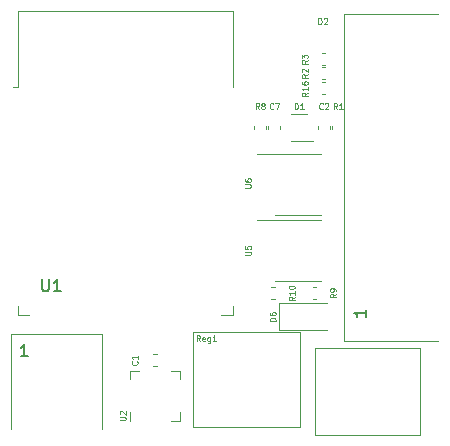
<source format=gbr>
%TF.GenerationSoftware,KiCad,Pcbnew,(5.1.9-0-10_14)*%
%TF.CreationDate,2021-06-19T19:25:24+01:00*%
%TF.ProjectId,Bell,42656c6c-2e6b-4696-9361-645f70636258,1*%
%TF.SameCoordinates,Original*%
%TF.FileFunction,Legend,Top*%
%TF.FilePolarity,Positive*%
%FSLAX46Y46*%
G04 Gerber Fmt 4.6, Leading zero omitted, Abs format (unit mm)*
G04 Created by KiCad (PCBNEW (5.1.9-0-10_14)) date 2021-06-19 19:25:24*
%MOMM*%
%LPD*%
G01*
G04 APERTURE LIST*
%ADD10C,0.120000*%
%ADD11C,0.080000*%
%ADD12C,0.150000*%
%ADD13C,0.100000*%
G04 APERTURE END LIST*
D10*
%TO.C,D1*%
X95500000Y-43660000D02*
X97400000Y-43660000D01*
X96900000Y-41340000D02*
X95500000Y-41340000D01*
%TO.C,R3*%
X98159420Y-37210000D02*
X98440580Y-37210000D01*
X98159420Y-36190000D02*
X98440580Y-36190000D01*
%TO.C,R2*%
X98159420Y-38410000D02*
X98440580Y-38410000D01*
X98159420Y-37390000D02*
X98440580Y-37390000D01*
%TO.C,U2*%
X81890000Y-66585000D02*
X81890000Y-67310000D01*
X86110000Y-63090000D02*
X85385000Y-63090000D01*
X86110000Y-63815000D02*
X86110000Y-63090000D01*
X86110000Y-67310000D02*
X85385000Y-67310000D01*
X86110000Y-66585000D02*
X86110000Y-67310000D01*
X81890000Y-63090000D02*
X82615000Y-63090000D01*
X81890000Y-63815000D02*
X81890000Y-63090000D01*
%TO.C,U5*%
X96100000Y-50340000D02*
X92650000Y-50340000D01*
X96100000Y-50340000D02*
X98050000Y-50340000D01*
X96100000Y-55460000D02*
X94150000Y-55460000D01*
X96100000Y-55460000D02*
X98050000Y-55460000D01*
%TO.C,U6*%
X96100000Y-44740000D02*
X92650000Y-44740000D01*
X96100000Y-44740000D02*
X98050000Y-44740000D01*
X96100000Y-49860000D02*
X94150000Y-49860000D01*
X96100000Y-49860000D02*
X98050000Y-49860000D01*
%TO.C,J1*%
X97530000Y-68490000D02*
X97530000Y-61140000D01*
X97530000Y-61140000D02*
X106470000Y-61140000D01*
X106470000Y-61140000D02*
X106470000Y-68490000D01*
X97530000Y-68490000D02*
X106470000Y-68490000D01*
%TO.C,R1*%
X98990000Y-42640580D02*
X98990000Y-42359420D01*
X100010000Y-42640580D02*
X100010000Y-42359420D01*
%TO.C,J2*%
X100000000Y-60550000D02*
X108000000Y-60550000D01*
X100000000Y-60550000D02*
X100000000Y-32850000D01*
X100000000Y-32850000D02*
X108000000Y-32850000D01*
%TO.C,C2*%
X98810000Y-42359420D02*
X98810000Y-42640580D01*
X97790000Y-42359420D02*
X97790000Y-42640580D01*
%TO.C,U1*%
X72380000Y-57600000D02*
X72380000Y-58380000D01*
X72380000Y-58380000D02*
X73380000Y-58380000D01*
X90620000Y-57600000D02*
X90620000Y-58380000D01*
X90620000Y-58380000D02*
X89620000Y-58380000D01*
X72380000Y-32635000D02*
X90620000Y-32635000D01*
X90620000Y-32635000D02*
X90620000Y-39055000D01*
X72380000Y-32635000D02*
X72380000Y-39055000D01*
X72380000Y-39055000D02*
X72000000Y-39055000D01*
%TO.C,Reg1*%
X96250000Y-67850000D02*
X87250000Y-67850000D01*
X96250000Y-59800000D02*
X96250000Y-67850000D01*
X87250000Y-59800000D02*
X96250000Y-59800000D01*
X87250000Y-67850000D02*
X87250000Y-59800000D01*
%TO.C,R16*%
X98440580Y-39610000D02*
X98159420Y-39610000D01*
X98440580Y-38590000D02*
X98159420Y-38590000D01*
%TO.C,R10*%
X94140580Y-57010000D02*
X93859420Y-57010000D01*
X94140580Y-55990000D02*
X93859420Y-55990000D01*
%TO.C,R9*%
X97640580Y-57010000D02*
X97359420Y-57010000D01*
X97640580Y-55990000D02*
X97359420Y-55990000D01*
%TO.C,R8*%
X93410000Y-42359420D02*
X93410000Y-42640580D01*
X92390000Y-42359420D02*
X92390000Y-42640580D01*
%TO.C,J4*%
X79550000Y-60000000D02*
X79550000Y-68000000D01*
X71850000Y-60000000D02*
X79550000Y-60000000D01*
X71850000Y-60000000D02*
X71850000Y-68000000D01*
%TO.C,D6*%
X98600000Y-57365000D02*
X94540000Y-57365000D01*
X94540000Y-57365000D02*
X94540000Y-59635000D01*
X94540000Y-59635000D02*
X98600000Y-59635000D01*
%TO.C,C7*%
X93590000Y-42640580D02*
X93590000Y-42359420D01*
X94610000Y-42640580D02*
X94610000Y-42359420D01*
%TO.C,C1*%
X84140580Y-62710000D02*
X83859420Y-62710000D01*
X84140580Y-61690000D02*
X83859420Y-61690000D01*
%TO.C,D1*%
D11*
X95830952Y-40926190D02*
X95830952Y-40426190D01*
X95950000Y-40426190D01*
X96021428Y-40450000D01*
X96069047Y-40497619D01*
X96092857Y-40545238D01*
X96116666Y-40640476D01*
X96116666Y-40711904D01*
X96092857Y-40807142D01*
X96069047Y-40854761D01*
X96021428Y-40902380D01*
X95950000Y-40926190D01*
X95830952Y-40926190D01*
X96592857Y-40926190D02*
X96307142Y-40926190D01*
X96450000Y-40926190D02*
X96450000Y-40426190D01*
X96402380Y-40497619D01*
X96354761Y-40545238D01*
X96307142Y-40569047D01*
%TO.C,R3*%
X96926190Y-36783333D02*
X96688095Y-36950000D01*
X96926190Y-37069047D02*
X96426190Y-37069047D01*
X96426190Y-36878571D01*
X96450000Y-36830952D01*
X96473809Y-36807142D01*
X96521428Y-36783333D01*
X96592857Y-36783333D01*
X96640476Y-36807142D01*
X96664285Y-36830952D01*
X96688095Y-36878571D01*
X96688095Y-37069047D01*
X96426190Y-36616666D02*
X96426190Y-36307142D01*
X96616666Y-36473809D01*
X96616666Y-36402380D01*
X96640476Y-36354761D01*
X96664285Y-36330952D01*
X96711904Y-36307142D01*
X96830952Y-36307142D01*
X96878571Y-36330952D01*
X96902380Y-36354761D01*
X96926190Y-36402380D01*
X96926190Y-36545238D01*
X96902380Y-36592857D01*
X96878571Y-36616666D01*
%TO.C,R2*%
X96926190Y-37983333D02*
X96688095Y-38150000D01*
X96926190Y-38269047D02*
X96426190Y-38269047D01*
X96426190Y-38078571D01*
X96450000Y-38030952D01*
X96473809Y-38007142D01*
X96521428Y-37983333D01*
X96592857Y-37983333D01*
X96640476Y-38007142D01*
X96664285Y-38030952D01*
X96688095Y-38078571D01*
X96688095Y-38269047D01*
X96473809Y-37792857D02*
X96450000Y-37769047D01*
X96426190Y-37721428D01*
X96426190Y-37602380D01*
X96450000Y-37554761D01*
X96473809Y-37530952D01*
X96521428Y-37507142D01*
X96569047Y-37507142D01*
X96640476Y-37530952D01*
X96926190Y-37816666D01*
X96926190Y-37507142D01*
%TO.C,D2*%
X97830952Y-33726190D02*
X97830952Y-33226190D01*
X97950000Y-33226190D01*
X98021428Y-33250000D01*
X98069047Y-33297619D01*
X98092857Y-33345238D01*
X98116666Y-33440476D01*
X98116666Y-33511904D01*
X98092857Y-33607142D01*
X98069047Y-33654761D01*
X98021428Y-33702380D01*
X97950000Y-33726190D01*
X97830952Y-33726190D01*
X98307142Y-33273809D02*
X98330952Y-33250000D01*
X98378571Y-33226190D01*
X98497619Y-33226190D01*
X98545238Y-33250000D01*
X98569047Y-33273809D01*
X98592857Y-33321428D01*
X98592857Y-33369047D01*
X98569047Y-33440476D01*
X98283333Y-33726190D01*
X98592857Y-33726190D01*
%TO.C,U2*%
X81026190Y-67280952D02*
X81430952Y-67280952D01*
X81478571Y-67257142D01*
X81502380Y-67233333D01*
X81526190Y-67185714D01*
X81526190Y-67090476D01*
X81502380Y-67042857D01*
X81478571Y-67019047D01*
X81430952Y-66995238D01*
X81026190Y-66995238D01*
X81073809Y-66780952D02*
X81050000Y-66757142D01*
X81026190Y-66709523D01*
X81026190Y-66590476D01*
X81050000Y-66542857D01*
X81073809Y-66519047D01*
X81121428Y-66495238D01*
X81169047Y-66495238D01*
X81240476Y-66519047D01*
X81526190Y-66804761D01*
X81526190Y-66495238D01*
%TO.C,U5*%
X91626190Y-53280952D02*
X92030952Y-53280952D01*
X92078571Y-53257142D01*
X92102380Y-53233333D01*
X92126190Y-53185714D01*
X92126190Y-53090476D01*
X92102380Y-53042857D01*
X92078571Y-53019047D01*
X92030952Y-52995238D01*
X91626190Y-52995238D01*
X91626190Y-52519047D02*
X91626190Y-52757142D01*
X91864285Y-52780952D01*
X91840476Y-52757142D01*
X91816666Y-52709523D01*
X91816666Y-52590476D01*
X91840476Y-52542857D01*
X91864285Y-52519047D01*
X91911904Y-52495238D01*
X92030952Y-52495238D01*
X92078571Y-52519047D01*
X92102380Y-52542857D01*
X92126190Y-52590476D01*
X92126190Y-52709523D01*
X92102380Y-52757142D01*
X92078571Y-52780952D01*
%TO.C,U6*%
X91626190Y-47580952D02*
X92030952Y-47580952D01*
X92078571Y-47557142D01*
X92102380Y-47533333D01*
X92126190Y-47485714D01*
X92126190Y-47390476D01*
X92102380Y-47342857D01*
X92078571Y-47319047D01*
X92030952Y-47295238D01*
X91626190Y-47295238D01*
X91626190Y-46842857D02*
X91626190Y-46938095D01*
X91650000Y-46985714D01*
X91673809Y-47009523D01*
X91745238Y-47057142D01*
X91840476Y-47080952D01*
X92030952Y-47080952D01*
X92078571Y-47057142D01*
X92102380Y-47033333D01*
X92126190Y-46985714D01*
X92126190Y-46890476D01*
X92102380Y-46842857D01*
X92078571Y-46819047D01*
X92030952Y-46795238D01*
X91911904Y-46795238D01*
X91864285Y-46819047D01*
X91840476Y-46842857D01*
X91816666Y-46890476D01*
X91816666Y-46985714D01*
X91840476Y-47033333D01*
X91864285Y-47057142D01*
X91911904Y-47080952D01*
%TO.C,R1*%
X99416666Y-40926190D02*
X99250000Y-40688095D01*
X99130952Y-40926190D02*
X99130952Y-40426190D01*
X99321428Y-40426190D01*
X99369047Y-40450000D01*
X99392857Y-40473809D01*
X99416666Y-40521428D01*
X99416666Y-40592857D01*
X99392857Y-40640476D01*
X99369047Y-40664285D01*
X99321428Y-40688095D01*
X99130952Y-40688095D01*
X99892857Y-40926190D02*
X99607142Y-40926190D01*
X99750000Y-40926190D02*
X99750000Y-40426190D01*
X99702380Y-40497619D01*
X99654761Y-40545238D01*
X99607142Y-40569047D01*
%TO.C,J2*%
D12*
X101852380Y-57914285D02*
X101852380Y-58485714D01*
X101852380Y-58200000D02*
X100852380Y-58200000D01*
X100995238Y-58295238D01*
X101090476Y-58390476D01*
X101138095Y-58485714D01*
%TO.C,C2*%
D11*
X98216666Y-40878571D02*
X98192857Y-40902380D01*
X98121428Y-40926190D01*
X98073809Y-40926190D01*
X98002380Y-40902380D01*
X97954761Y-40854761D01*
X97930952Y-40807142D01*
X97907142Y-40711904D01*
X97907142Y-40640476D01*
X97930952Y-40545238D01*
X97954761Y-40497619D01*
X98002380Y-40450000D01*
X98073809Y-40426190D01*
X98121428Y-40426190D01*
X98192857Y-40450000D01*
X98216666Y-40473809D01*
X98407142Y-40473809D02*
X98430952Y-40450000D01*
X98478571Y-40426190D01*
X98597619Y-40426190D01*
X98645238Y-40450000D01*
X98669047Y-40473809D01*
X98692857Y-40521428D01*
X98692857Y-40569047D01*
X98669047Y-40640476D01*
X98383333Y-40926190D01*
X98692857Y-40926190D01*
%TO.C,U1*%
D12*
X74438095Y-55352380D02*
X74438095Y-56161904D01*
X74485714Y-56257142D01*
X74533333Y-56304761D01*
X74628571Y-56352380D01*
X74819047Y-56352380D01*
X74914285Y-56304761D01*
X74961904Y-56257142D01*
X75009523Y-56161904D01*
X75009523Y-55352380D01*
X76009523Y-56352380D02*
X75438095Y-56352380D01*
X75723809Y-56352380D02*
X75723809Y-55352380D01*
X75628571Y-55495238D01*
X75533333Y-55590476D01*
X75438095Y-55638095D01*
%TO.C,Reg1*%
D13*
X87819761Y-60576190D02*
X87653095Y-60338095D01*
X87534047Y-60576190D02*
X87534047Y-60076190D01*
X87724523Y-60076190D01*
X87772142Y-60100000D01*
X87795952Y-60123809D01*
X87819761Y-60171428D01*
X87819761Y-60242857D01*
X87795952Y-60290476D01*
X87772142Y-60314285D01*
X87724523Y-60338095D01*
X87534047Y-60338095D01*
X88224523Y-60552380D02*
X88176904Y-60576190D01*
X88081666Y-60576190D01*
X88034047Y-60552380D01*
X88010238Y-60504761D01*
X88010238Y-60314285D01*
X88034047Y-60266666D01*
X88081666Y-60242857D01*
X88176904Y-60242857D01*
X88224523Y-60266666D01*
X88248333Y-60314285D01*
X88248333Y-60361904D01*
X88010238Y-60409523D01*
X88676904Y-60242857D02*
X88676904Y-60647619D01*
X88653095Y-60695238D01*
X88629285Y-60719047D01*
X88581666Y-60742857D01*
X88510238Y-60742857D01*
X88462619Y-60719047D01*
X88676904Y-60552380D02*
X88629285Y-60576190D01*
X88534047Y-60576190D01*
X88486428Y-60552380D01*
X88462619Y-60528571D01*
X88438809Y-60480952D01*
X88438809Y-60338095D01*
X88462619Y-60290476D01*
X88486428Y-60266666D01*
X88534047Y-60242857D01*
X88629285Y-60242857D01*
X88676904Y-60266666D01*
X89176904Y-60576190D02*
X88891190Y-60576190D01*
X89034047Y-60576190D02*
X89034047Y-60076190D01*
X88986428Y-60147619D01*
X88938809Y-60195238D01*
X88891190Y-60219047D01*
%TO.C,R16*%
D11*
X96926190Y-39521428D02*
X96688095Y-39688095D01*
X96926190Y-39807142D02*
X96426190Y-39807142D01*
X96426190Y-39616666D01*
X96450000Y-39569047D01*
X96473809Y-39545238D01*
X96521428Y-39521428D01*
X96592857Y-39521428D01*
X96640476Y-39545238D01*
X96664285Y-39569047D01*
X96688095Y-39616666D01*
X96688095Y-39807142D01*
X96926190Y-39045238D02*
X96926190Y-39330952D01*
X96926190Y-39188095D02*
X96426190Y-39188095D01*
X96497619Y-39235714D01*
X96545238Y-39283333D01*
X96569047Y-39330952D01*
X96426190Y-38616666D02*
X96426190Y-38711904D01*
X96450000Y-38759523D01*
X96473809Y-38783333D01*
X96545238Y-38830952D01*
X96640476Y-38854761D01*
X96830952Y-38854761D01*
X96878571Y-38830952D01*
X96902380Y-38807142D01*
X96926190Y-38759523D01*
X96926190Y-38664285D01*
X96902380Y-38616666D01*
X96878571Y-38592857D01*
X96830952Y-38569047D01*
X96711904Y-38569047D01*
X96664285Y-38592857D01*
X96640476Y-38616666D01*
X96616666Y-38664285D01*
X96616666Y-38759523D01*
X96640476Y-38807142D01*
X96664285Y-38830952D01*
X96711904Y-38854761D01*
%TO.C,R10*%
X95826190Y-56821428D02*
X95588095Y-56988095D01*
X95826190Y-57107142D02*
X95326190Y-57107142D01*
X95326190Y-56916666D01*
X95350000Y-56869047D01*
X95373809Y-56845238D01*
X95421428Y-56821428D01*
X95492857Y-56821428D01*
X95540476Y-56845238D01*
X95564285Y-56869047D01*
X95588095Y-56916666D01*
X95588095Y-57107142D01*
X95826190Y-56345238D02*
X95826190Y-56630952D01*
X95826190Y-56488095D02*
X95326190Y-56488095D01*
X95397619Y-56535714D01*
X95445238Y-56583333D01*
X95469047Y-56630952D01*
X95326190Y-56035714D02*
X95326190Y-55988095D01*
X95350000Y-55940476D01*
X95373809Y-55916666D01*
X95421428Y-55892857D01*
X95516666Y-55869047D01*
X95635714Y-55869047D01*
X95730952Y-55892857D01*
X95778571Y-55916666D01*
X95802380Y-55940476D01*
X95826190Y-55988095D01*
X95826190Y-56035714D01*
X95802380Y-56083333D01*
X95778571Y-56107142D01*
X95730952Y-56130952D01*
X95635714Y-56154761D01*
X95516666Y-56154761D01*
X95421428Y-56130952D01*
X95373809Y-56107142D01*
X95350000Y-56083333D01*
X95326190Y-56035714D01*
%TO.C,R9*%
X99326190Y-56583333D02*
X99088095Y-56750000D01*
X99326190Y-56869047D02*
X98826190Y-56869047D01*
X98826190Y-56678571D01*
X98850000Y-56630952D01*
X98873809Y-56607142D01*
X98921428Y-56583333D01*
X98992857Y-56583333D01*
X99040476Y-56607142D01*
X99064285Y-56630952D01*
X99088095Y-56678571D01*
X99088095Y-56869047D01*
X99326190Y-56345238D02*
X99326190Y-56250000D01*
X99302380Y-56202380D01*
X99278571Y-56178571D01*
X99207142Y-56130952D01*
X99111904Y-56107142D01*
X98921428Y-56107142D01*
X98873809Y-56130952D01*
X98850000Y-56154761D01*
X98826190Y-56202380D01*
X98826190Y-56297619D01*
X98850000Y-56345238D01*
X98873809Y-56369047D01*
X98921428Y-56392857D01*
X99040476Y-56392857D01*
X99088095Y-56369047D01*
X99111904Y-56345238D01*
X99135714Y-56297619D01*
X99135714Y-56202380D01*
X99111904Y-56154761D01*
X99088095Y-56130952D01*
X99040476Y-56107142D01*
%TO.C,R8*%
X92816666Y-40926190D02*
X92650000Y-40688095D01*
X92530952Y-40926190D02*
X92530952Y-40426190D01*
X92721428Y-40426190D01*
X92769047Y-40450000D01*
X92792857Y-40473809D01*
X92816666Y-40521428D01*
X92816666Y-40592857D01*
X92792857Y-40640476D01*
X92769047Y-40664285D01*
X92721428Y-40688095D01*
X92530952Y-40688095D01*
X93102380Y-40640476D02*
X93054761Y-40616666D01*
X93030952Y-40592857D01*
X93007142Y-40545238D01*
X93007142Y-40521428D01*
X93030952Y-40473809D01*
X93054761Y-40450000D01*
X93102380Y-40426190D01*
X93197619Y-40426190D01*
X93245238Y-40450000D01*
X93269047Y-40473809D01*
X93292857Y-40521428D01*
X93292857Y-40545238D01*
X93269047Y-40592857D01*
X93245238Y-40616666D01*
X93197619Y-40640476D01*
X93102380Y-40640476D01*
X93054761Y-40664285D01*
X93030952Y-40688095D01*
X93007142Y-40735714D01*
X93007142Y-40830952D01*
X93030952Y-40878571D01*
X93054761Y-40902380D01*
X93102380Y-40926190D01*
X93197619Y-40926190D01*
X93245238Y-40902380D01*
X93269047Y-40878571D01*
X93292857Y-40830952D01*
X93292857Y-40735714D01*
X93269047Y-40688095D01*
X93245238Y-40664285D01*
X93197619Y-40640476D01*
%TO.C,J4*%
D12*
X73235714Y-61852380D02*
X72664285Y-61852380D01*
X72950000Y-61852380D02*
X72950000Y-60852380D01*
X72854761Y-60995238D01*
X72759523Y-61090476D01*
X72664285Y-61138095D01*
%TO.C,D6*%
D11*
X94226190Y-58869047D02*
X93726190Y-58869047D01*
X93726190Y-58750000D01*
X93750000Y-58678571D01*
X93797619Y-58630952D01*
X93845238Y-58607142D01*
X93940476Y-58583333D01*
X94011904Y-58583333D01*
X94107142Y-58607142D01*
X94154761Y-58630952D01*
X94202380Y-58678571D01*
X94226190Y-58750000D01*
X94226190Y-58869047D01*
X93726190Y-58154761D02*
X93726190Y-58250000D01*
X93750000Y-58297619D01*
X93773809Y-58321428D01*
X93845238Y-58369047D01*
X93940476Y-58392857D01*
X94130952Y-58392857D01*
X94178571Y-58369047D01*
X94202380Y-58345238D01*
X94226190Y-58297619D01*
X94226190Y-58202380D01*
X94202380Y-58154761D01*
X94178571Y-58130952D01*
X94130952Y-58107142D01*
X94011904Y-58107142D01*
X93964285Y-58130952D01*
X93940476Y-58154761D01*
X93916666Y-58202380D01*
X93916666Y-58297619D01*
X93940476Y-58345238D01*
X93964285Y-58369047D01*
X94011904Y-58392857D01*
%TO.C,C7*%
X94016666Y-40878571D02*
X93992857Y-40902380D01*
X93921428Y-40926190D01*
X93873809Y-40926190D01*
X93802380Y-40902380D01*
X93754761Y-40854761D01*
X93730952Y-40807142D01*
X93707142Y-40711904D01*
X93707142Y-40640476D01*
X93730952Y-40545238D01*
X93754761Y-40497619D01*
X93802380Y-40450000D01*
X93873809Y-40426190D01*
X93921428Y-40426190D01*
X93992857Y-40450000D01*
X94016666Y-40473809D01*
X94183333Y-40426190D02*
X94516666Y-40426190D01*
X94302380Y-40926190D01*
%TO.C,C1*%
X82478571Y-62283333D02*
X82502380Y-62307142D01*
X82526190Y-62378571D01*
X82526190Y-62426190D01*
X82502380Y-62497619D01*
X82454761Y-62545238D01*
X82407142Y-62569047D01*
X82311904Y-62592857D01*
X82240476Y-62592857D01*
X82145238Y-62569047D01*
X82097619Y-62545238D01*
X82050000Y-62497619D01*
X82026190Y-62426190D01*
X82026190Y-62378571D01*
X82050000Y-62307142D01*
X82073809Y-62283333D01*
X82526190Y-61807142D02*
X82526190Y-62092857D01*
X82526190Y-61950000D02*
X82026190Y-61950000D01*
X82097619Y-61997619D01*
X82145238Y-62045238D01*
X82169047Y-62092857D01*
%TD*%
M02*

</source>
